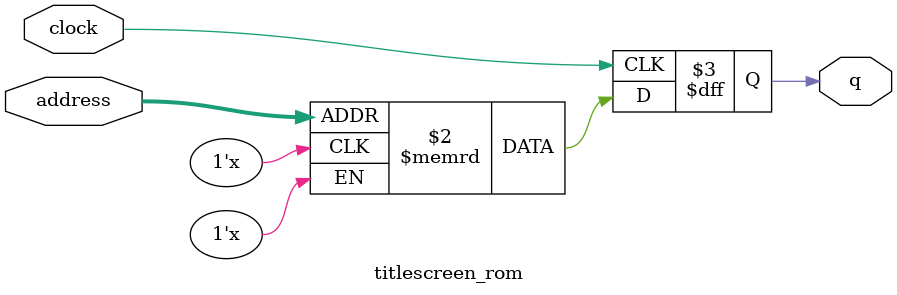
<source format=sv>
module titlescreen_rom (
	input logic clock,
	input logic [15:0] address,
	output logic [0:0] q
);

logic [0:0] memory [0:38399] /* synthesis ram_init_file = "./titlescreen/titlescreen.mif" */;

always_ff @ (posedge clock) begin
	q <= memory[address];
end

endmodule

</source>
